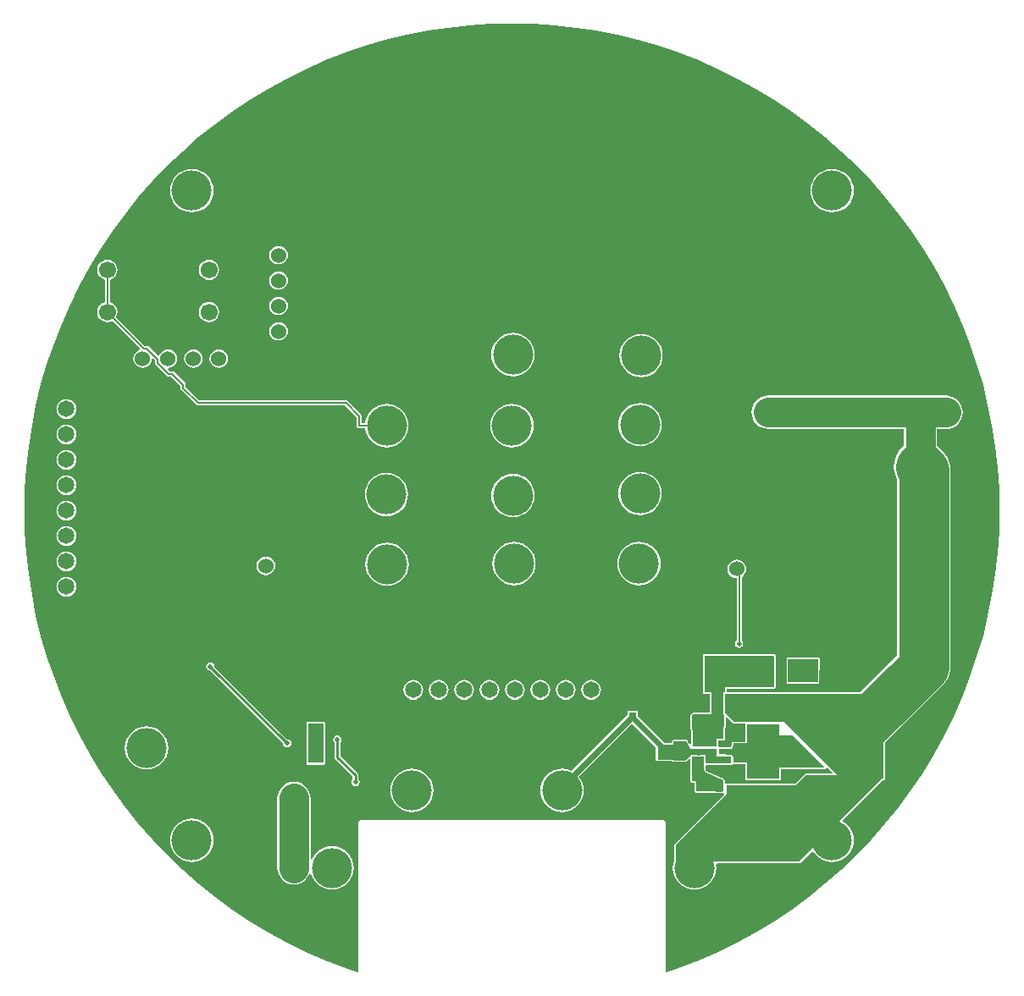
<source format=gbl>
G04 Layer_Physical_Order=2*
G04 Layer_Color=11436288*
%FSLAX24Y24*%
%MOIN*%
G70*
G01*
G75*
%ADD10R,0.0591X0.0748*%
%ADD11R,0.0295X0.0295*%
%ADD12R,0.0748X0.0591*%
%ADD13R,0.0217X0.0177*%
%ADD22C,0.1181*%
%ADD23C,0.0236*%
%ADD24C,0.0100*%
%ADD27C,0.0079*%
%ADD28C,0.0067*%
%ADD40C,0.1575*%
%ADD41C,0.0600*%
%ADD42R,0.0540X0.0540*%
%ADD43C,0.0650*%
%ADD44C,0.0669*%
%ADD45R,0.0540X0.0540*%
%ADD46C,0.0197*%
%ADD47C,0.0315*%
%ADD48R,0.0433X0.0236*%
%ADD49R,0.1260X0.2126*%
%ADD50R,0.0315X0.0256*%
%ADD51C,0.1969*%
%ADD52R,0.0610X0.1575*%
G36*
X26034Y58540D02*
X26869Y58486D01*
X27701Y58394D01*
X28529Y58267D01*
X29350Y58104D01*
X30163Y57905D01*
X30967Y57671D01*
X31760Y57401D01*
X32540Y57098D01*
X33306Y56761D01*
X34057Y56391D01*
X34791Y55988D01*
X35507Y55554D01*
X36203Y55088D01*
X36878Y54593D01*
X37531Y54069D01*
X38160Y53517D01*
X38765Y52938D01*
X39344Y52334D01*
X39896Y51704D01*
X40420Y51051D01*
X40915Y50376D01*
X41380Y49680D01*
X41815Y48964D01*
X42217Y48230D01*
X42588Y47480D01*
X42925Y46713D01*
X43228Y45933D01*
X43497Y45140D01*
X43732Y44336D01*
X43931Y43523D01*
X44094Y42702D01*
X44221Y41875D01*
X44312Y41042D01*
X44367Y40207D01*
X44385Y39370D01*
X44367Y38533D01*
X44312Y37698D01*
X44221Y36865D01*
X44094Y36038D01*
X43931Y35217D01*
X43732Y34404D01*
X43497Y33600D01*
X43228Y32807D01*
X42925Y32027D01*
X42588Y31261D01*
X42217Y30510D01*
X41815Y29776D01*
X41380Y29060D01*
X40915Y28364D01*
X40420Y27689D01*
X39896Y27036D01*
X39344Y26406D01*
X38765Y25802D01*
X38160Y25223D01*
X37531Y24671D01*
X36878Y24147D01*
X36203Y23652D01*
X35507Y23187D01*
X34791Y22752D01*
X34057Y22350D01*
X33306Y21979D01*
X32540Y21642D01*
X31760Y21339D01*
X31294Y21181D01*
X31253Y21210D01*
Y21629D01*
X31246Y21665D01*
Y27087D01*
X31238Y27127D01*
X31216Y27160D01*
X31182Y27183D01*
X31142Y27191D01*
X19245D01*
X19205Y27183D01*
X19171Y27160D01*
X19148Y27127D01*
X19140Y27087D01*
Y21210D01*
X19100Y21181D01*
X18634Y21339D01*
X17854Y21642D01*
X17087Y21979D01*
X16337Y22350D01*
X15603Y22752D01*
X14887Y23187D01*
X14191Y23652D01*
X13516Y24147D01*
X12863Y24671D01*
X12233Y25223D01*
X11629Y25802D01*
X11050Y26406D01*
X10498Y27036D01*
X9974Y27689D01*
X9479Y28364D01*
X9013Y29060D01*
X8579Y29776D01*
X8176Y30510D01*
X7806Y31261D01*
X7469Y32027D01*
X7166Y32807D01*
X6896Y33600D01*
X6662Y34404D01*
X6463Y35217D01*
X6300Y36038D01*
X6172Y36865D01*
X6081Y37698D01*
X6027Y38533D01*
X6008Y39370D01*
X6027Y40207D01*
X6081Y41042D01*
X6172Y41875D01*
X6300Y42702D01*
X6463Y43523D01*
X6662Y44336D01*
X6896Y45140D01*
X7166Y45933D01*
X7469Y46713D01*
X7806Y47480D01*
X8176Y48230D01*
X8579Y48964D01*
X9013Y49680D01*
X9479Y50376D01*
X9974Y51051D01*
X10498Y51704D01*
X11050Y52334D01*
X11629Y52938D01*
X12233Y53517D01*
X12863Y54069D01*
X13516Y54593D01*
X14191Y55088D01*
X14887Y55554D01*
X15603Y55988D01*
X16337Y56391D01*
X17087Y56761D01*
X17854Y57098D01*
X18634Y57401D01*
X19427Y57671D01*
X20230Y57905D01*
X21044Y58104D01*
X21865Y58267D01*
X22692Y58394D01*
X23524Y58486D01*
X24360Y58540D01*
X25197Y58559D01*
X26034Y58540D01*
D02*
G37*
%LPC*%
G36*
X37254Y33578D02*
X36063D01*
X36057Y33577D01*
X36000D01*
Y33520D01*
X35999Y33514D01*
Y32598D01*
X36004Y32574D01*
X36018Y32553D01*
X36038Y32539D01*
X36063Y32534D01*
X37234D01*
X37246Y32537D01*
X37258Y32539D01*
X37258Y32539D01*
X37259Y32539D01*
X37269Y32546D01*
X37279Y32552D01*
X37279Y32553D01*
X37280Y32553D01*
X37286Y32563D01*
X37293Y32573D01*
X37293Y32573D01*
X37294Y32574D01*
X37296Y32585D01*
X37298Y32597D01*
X37318Y33512D01*
X37318Y33513D01*
X37318Y33514D01*
X37316Y33525D01*
X37314Y33537D01*
X37313Y33538D01*
X37313Y33538D01*
X37307Y33548D01*
X37300Y33558D01*
X37300Y33559D01*
X37299Y33559D01*
X37290Y33566D01*
X37280Y33573D01*
X37279Y33573D01*
X37279Y33573D01*
X37267Y33575D01*
X37255Y33578D01*
X37255Y33578D01*
X37254Y33578D01*
D02*
G37*
G36*
X34045Y37433D02*
X33951Y37421D01*
X33862Y37384D01*
X33786Y37326D01*
X33728Y37250D01*
X33692Y37162D01*
X33679Y37067D01*
X33692Y36972D01*
X33728Y36884D01*
X33786Y36808D01*
X33862Y36750D01*
X33951Y36713D01*
X34036Y36702D01*
Y34252D01*
X34017Y34240D01*
X33982Y34187D01*
X33969Y34124D01*
X33982Y34061D01*
X34017Y34008D01*
X34071Y33972D01*
X34134Y33959D01*
X34197Y33972D01*
X34250Y34008D01*
X34286Y34061D01*
X34298Y34124D01*
X34286Y34187D01*
X34250Y34240D01*
X34232Y34252D01*
Y36753D01*
X34304Y36808D01*
X34362Y36884D01*
X34399Y36972D01*
X34411Y37067D01*
X34399Y37162D01*
X34362Y37250D01*
X34304Y37326D01*
X34228Y37384D01*
X34140Y37421D01*
X34045Y37433D01*
D02*
G37*
G36*
X28319Y32698D02*
X28218Y32685D01*
X28124Y32646D01*
X28042Y32584D01*
X27980Y32503D01*
X27941Y32408D01*
X27928Y32307D01*
X27941Y32206D01*
X27980Y32111D01*
X28042Y32030D01*
X28124Y31968D01*
X28218Y31929D01*
X28319Y31916D01*
X28421Y31929D01*
X28515Y31968D01*
X28596Y32030D01*
X28658Y32111D01*
X28697Y32206D01*
X28711Y32307D01*
X28697Y32408D01*
X28658Y32503D01*
X28596Y32584D01*
X28515Y32646D01*
X28421Y32685D01*
X28319Y32698D01*
D02*
G37*
G36*
X26319D02*
X26218Y32685D01*
X26124Y32646D01*
X26042Y32584D01*
X25980Y32503D01*
X25941Y32408D01*
X25928Y32307D01*
X25941Y32206D01*
X25980Y32111D01*
X26042Y32030D01*
X26124Y31968D01*
X26218Y31929D01*
X26319Y31916D01*
X26421Y31929D01*
X26515Y31968D01*
X26596Y32030D01*
X26658Y32111D01*
X26697Y32206D01*
X26711Y32307D01*
X26697Y32408D01*
X26658Y32503D01*
X26596Y32584D01*
X26515Y32646D01*
X26421Y32685D01*
X26319Y32698D01*
D02*
G37*
G36*
X27319D02*
X27218Y32685D01*
X27124Y32646D01*
X27042Y32584D01*
X26980Y32503D01*
X26941Y32408D01*
X26928Y32307D01*
X26941Y32206D01*
X26980Y32111D01*
X27042Y32030D01*
X27124Y31968D01*
X27218Y31929D01*
X27319Y31916D01*
X27420Y31929D01*
X27515Y31968D01*
X27596Y32030D01*
X27658Y32111D01*
X27697Y32206D01*
X27711Y32307D01*
X27697Y32408D01*
X27658Y32503D01*
X27596Y32584D01*
X27515Y32646D01*
X27420Y32685D01*
X27319Y32698D01*
D02*
G37*
G36*
X7661Y36757D02*
X7560Y36744D01*
X7466Y36705D01*
X7385Y36643D01*
X7323Y36562D01*
X7283Y36467D01*
X7270Y36366D01*
X7283Y36265D01*
X7323Y36170D01*
X7385Y36089D01*
X7466Y36027D01*
X7560Y35988D01*
X7661Y35974D01*
X7763Y35988D01*
X7857Y36027D01*
X7938Y36089D01*
X8000Y36170D01*
X8039Y36265D01*
X8053Y36366D01*
X8039Y36467D01*
X8000Y36562D01*
X7938Y36643D01*
X7857Y36705D01*
X7763Y36744D01*
X7661Y36757D01*
D02*
G37*
G36*
X15512Y37561D02*
X15417Y37549D01*
X15329Y37512D01*
X15253Y37454D01*
X15195Y37378D01*
X15158Y37290D01*
X15146Y37195D01*
X15158Y37100D01*
X15195Y37012D01*
X15253Y36936D01*
X15329Y36878D01*
X15417Y36841D01*
X15512Y36829D01*
X15607Y36841D01*
X15695Y36878D01*
X15771Y36936D01*
X15829Y37012D01*
X15865Y37100D01*
X15878Y37195D01*
X15865Y37290D01*
X15829Y37378D01*
X15771Y37454D01*
X15695Y37512D01*
X15607Y37549D01*
X15512Y37561D01*
D02*
G37*
G36*
X7661Y37757D02*
X7560Y37744D01*
X7466Y37705D01*
X7385Y37643D01*
X7323Y37562D01*
X7283Y37467D01*
X7270Y37366D01*
X7283Y37265D01*
X7323Y37170D01*
X7385Y37089D01*
X7466Y37027D01*
X7560Y36988D01*
X7661Y36974D01*
X7763Y36988D01*
X7857Y37027D01*
X7938Y37089D01*
X8000Y37170D01*
X8039Y37265D01*
X8053Y37366D01*
X8039Y37467D01*
X8000Y37562D01*
X7938Y37643D01*
X7857Y37705D01*
X7763Y37744D01*
X7661Y37757D01*
D02*
G37*
G36*
X30197Y38138D02*
X30030Y38122D01*
X29870Y38073D01*
X29722Y37994D01*
X29593Y37888D01*
X29486Y37758D01*
X29407Y37610D01*
X29359Y37450D01*
X29342Y37283D01*
X29359Y37117D01*
X29407Y36956D01*
X29486Y36809D01*
X29593Y36679D01*
X29722Y36573D01*
X29870Y36494D01*
X30030Y36445D01*
X30197Y36429D01*
X30364Y36445D01*
X30524Y36494D01*
X30672Y36573D01*
X30801Y36679D01*
X30907Y36809D01*
X30986Y36956D01*
X31035Y37117D01*
X31051Y37283D01*
X31035Y37450D01*
X30986Y37610D01*
X30907Y37758D01*
X30801Y37888D01*
X30672Y37994D01*
X30524Y38073D01*
X30364Y38122D01*
X30197Y38138D01*
D02*
G37*
G36*
X20285Y38108D02*
X20119Y38092D01*
X19958Y38043D01*
X19811Y37964D01*
X19681Y37858D01*
X19575Y37729D01*
X19496Y37581D01*
X19447Y37421D01*
X19431Y37254D01*
X19447Y37087D01*
X19496Y36927D01*
X19575Y36779D01*
X19681Y36650D01*
X19811Y36543D01*
X19958Y36464D01*
X20119Y36416D01*
X20285Y36399D01*
X20452Y36416D01*
X20612Y36464D01*
X20760Y36543D01*
X20890Y36650D01*
X20996Y36779D01*
X21075Y36927D01*
X21124Y37087D01*
X21140Y37254D01*
X21124Y37421D01*
X21075Y37581D01*
X20996Y37729D01*
X20890Y37858D01*
X20760Y37964D01*
X20612Y38043D01*
X20452Y38092D01*
X20285Y38108D01*
D02*
G37*
G36*
X25276Y38138D02*
X25109Y38122D01*
X24949Y38073D01*
X24801Y37994D01*
X24671Y37888D01*
X24565Y37758D01*
X24486Y37610D01*
X24437Y37450D01*
X24421Y37283D01*
X24437Y37117D01*
X24486Y36956D01*
X24565Y36809D01*
X24671Y36679D01*
X24801Y36573D01*
X24949Y36494D01*
X25109Y36445D01*
X25276Y36429D01*
X25442Y36445D01*
X25603Y36494D01*
X25750Y36573D01*
X25880Y36679D01*
X25986Y36809D01*
X26065Y36956D01*
X26114Y37117D01*
X26130Y37283D01*
X26114Y37450D01*
X26065Y37610D01*
X25986Y37758D01*
X25880Y37888D01*
X25750Y37994D01*
X25603Y38073D01*
X25442Y38122D01*
X25276Y38138D01*
D02*
G37*
G36*
X25319Y32698D02*
X25218Y32685D01*
X25124Y32646D01*
X25042Y32584D01*
X24980Y32503D01*
X24941Y32408D01*
X24928Y32307D01*
X24941Y32206D01*
X24980Y32111D01*
X25042Y32030D01*
X25124Y31968D01*
X25218Y31929D01*
X25319Y31916D01*
X25420Y31929D01*
X25515Y31968D01*
X25596Y32030D01*
X25658Y32111D01*
X25697Y32206D01*
X25711Y32307D01*
X25697Y32408D01*
X25658Y32503D01*
X25596Y32584D01*
X25515Y32646D01*
X25420Y32685D01*
X25319Y32698D01*
D02*
G37*
G36*
X18327Y30509D02*
X18264Y30497D01*
X18210Y30461D01*
X18175Y30407D01*
X18162Y30344D01*
X18175Y30282D01*
X18210Y30228D01*
X18212Y30227D01*
Y29656D01*
X18220Y29611D01*
X18245Y29574D01*
X18930Y28889D01*
Y28788D01*
X18929Y28788D01*
X18893Y28734D01*
X18881Y28671D01*
X18893Y28608D01*
X18929Y28555D01*
X18982Y28519D01*
X19045Y28507D01*
X19108Y28519D01*
X19162Y28555D01*
X19197Y28608D01*
X19210Y28671D01*
X19197Y28734D01*
X19162Y28788D01*
X19160Y28788D01*
Y28937D01*
X19152Y28981D01*
X19127Y29018D01*
X18442Y29703D01*
Y30227D01*
X18443Y30228D01*
X18479Y30282D01*
X18491Y30344D01*
X18479Y30407D01*
X18443Y30461D01*
X18390Y30497D01*
X18327Y30509D01*
D02*
G37*
G36*
X10817Y30874D02*
X10650Y30858D01*
X10490Y30809D01*
X10342Y30730D01*
X10213Y30624D01*
X10106Y30494D01*
X10027Y30347D01*
X9979Y30186D01*
X9962Y30020D01*
X9979Y29853D01*
X10027Y29693D01*
X10106Y29545D01*
X10213Y29415D01*
X10342Y29309D01*
X10490Y29230D01*
X10650Y29182D01*
X10817Y29165D01*
X10984Y29182D01*
X11144Y29230D01*
X11292Y29309D01*
X11421Y29415D01*
X11527Y29545D01*
X11606Y29693D01*
X11655Y29853D01*
X11671Y30020D01*
X11655Y30186D01*
X11606Y30347D01*
X11527Y30494D01*
X11421Y30624D01*
X11292Y30730D01*
X11144Y30809D01*
X10984Y30858D01*
X10817Y30874D01*
D02*
G37*
G36*
X21260Y29201D02*
X21093Y29185D01*
X20933Y29136D01*
X20785Y29057D01*
X20656Y28951D01*
X20549Y28821D01*
X20470Y28673D01*
X20422Y28513D01*
X20405Y28346D01*
X20422Y28180D01*
X20470Y28019D01*
X20549Y27872D01*
X20656Y27742D01*
X20785Y27636D01*
X20933Y27557D01*
X21093Y27508D01*
X21260Y27492D01*
X21427Y27508D01*
X21587Y27557D01*
X21735Y27636D01*
X21864Y27742D01*
X21970Y27872D01*
X22049Y28019D01*
X22098Y28180D01*
X22114Y28346D01*
X22098Y28513D01*
X22049Y28673D01*
X21970Y28821D01*
X21864Y28951D01*
X21735Y29057D01*
X21587Y29136D01*
X21427Y29185D01*
X21260Y29201D01*
D02*
G37*
G36*
X16614Y28688D02*
X16486Y28676D01*
X16363Y28638D01*
X16249Y28578D01*
X16150Y28496D01*
X16068Y28396D01*
X16007Y28283D01*
X15970Y28160D01*
X15957Y28031D01*
Y25295D01*
X15970Y25167D01*
X16007Y25044D01*
X16068Y24930D01*
X16150Y24831D01*
X16249Y24749D01*
X16363Y24689D01*
X16486Y24651D01*
X16614Y24639D01*
X16742Y24651D01*
X16865Y24689D01*
X16979Y24749D01*
X17079Y24831D01*
X17160Y24930D01*
X17221Y25044D01*
X17233Y25085D01*
X17285D01*
X17321Y24968D01*
X17400Y24821D01*
X17506Y24691D01*
X17636Y24585D01*
X17783Y24506D01*
X17944Y24457D01*
X18110Y24441D01*
X18277Y24457D01*
X18437Y24506D01*
X18585Y24585D01*
X18714Y24691D01*
X18821Y24821D01*
X18900Y24968D01*
X18948Y25129D01*
X18965Y25295D01*
X18948Y25462D01*
X18900Y25622D01*
X18821Y25770D01*
X18714Y25900D01*
X18585Y26006D01*
X18437Y26085D01*
X18277Y26133D01*
X18110Y26150D01*
X17944Y26133D01*
X17783Y26085D01*
X17636Y26006D01*
X17506Y25900D01*
X17400Y25770D01*
X17321Y25622D01*
X17271Y25630D01*
Y28031D01*
X17258Y28160D01*
X17221Y28283D01*
X17160Y28396D01*
X17079Y28496D01*
X16979Y28578D01*
X16865Y28638D01*
X16742Y28676D01*
X16614Y28688D01*
D02*
G37*
G36*
X12598Y27232D02*
X12432Y27216D01*
X12271Y27167D01*
X12124Y27088D01*
X11994Y26982D01*
X11888Y26853D01*
X11809Y26705D01*
X11760Y26545D01*
X11744Y26378D01*
X11760Y26211D01*
X11809Y26051D01*
X11888Y25903D01*
X11994Y25774D01*
X12124Y25667D01*
X12271Y25588D01*
X12432Y25540D01*
X12598Y25523D01*
X12765Y25540D01*
X12925Y25588D01*
X13073Y25667D01*
X13203Y25774D01*
X13309Y25903D01*
X13388Y26051D01*
X13437Y26211D01*
X13453Y26378D01*
X13437Y26545D01*
X13388Y26705D01*
X13309Y26853D01*
X13203Y26982D01*
X13073Y27088D01*
X12925Y27167D01*
X12765Y27216D01*
X12598Y27232D01*
D02*
G37*
G36*
X17785Y31058D02*
X17175D01*
X17151Y31053D01*
X17130Y31040D01*
X17116Y31019D01*
X17111Y30994D01*
Y29419D01*
X17116Y29395D01*
X17130Y29374D01*
X17151Y29360D01*
X17175Y29355D01*
X17785D01*
X17810Y29360D01*
X17831Y29374D01*
X17845Y29395D01*
X17850Y29419D01*
Y30994D01*
X17845Y31019D01*
X17831Y31040D01*
X17810Y31053D01*
X17785Y31058D01*
D02*
G37*
G36*
X23319Y32698D02*
X23218Y32685D01*
X23124Y32646D01*
X23042Y32584D01*
X22980Y32503D01*
X22941Y32408D01*
X22928Y32307D01*
X22941Y32206D01*
X22980Y32111D01*
X23042Y32030D01*
X23124Y31968D01*
X23218Y31929D01*
X23319Y31916D01*
X23421Y31929D01*
X23515Y31968D01*
X23596Y32030D01*
X23658Y32111D01*
X23697Y32206D01*
X23711Y32307D01*
X23697Y32408D01*
X23658Y32503D01*
X23596Y32584D01*
X23515Y32646D01*
X23421Y32685D01*
X23319Y32698D01*
D02*
G37*
G36*
X24319D02*
X24218Y32685D01*
X24124Y32646D01*
X24042Y32584D01*
X23980Y32503D01*
X23941Y32408D01*
X23928Y32307D01*
X23941Y32206D01*
X23980Y32111D01*
X24042Y32030D01*
X24124Y31968D01*
X24218Y31929D01*
X24319Y31916D01*
X24420Y31929D01*
X24515Y31968D01*
X24596Y32030D01*
X24658Y32111D01*
X24697Y32206D01*
X24711Y32307D01*
X24697Y32408D01*
X24658Y32503D01*
X24596Y32584D01*
X24515Y32646D01*
X24420Y32685D01*
X24319Y32698D01*
D02*
G37*
G36*
X22319D02*
X22218Y32685D01*
X22124Y32646D01*
X22042Y32584D01*
X21980Y32503D01*
X21941Y32408D01*
X21928Y32307D01*
X21941Y32206D01*
X21980Y32111D01*
X22042Y32030D01*
X22124Y31968D01*
X22218Y31929D01*
X22319Y31916D01*
X22420Y31929D01*
X22515Y31968D01*
X22596Y32030D01*
X22658Y32111D01*
X22697Y32206D01*
X22711Y32307D01*
X22697Y32408D01*
X22658Y32503D01*
X22596Y32584D01*
X22515Y32646D01*
X22420Y32685D01*
X22319Y32698D01*
D02*
G37*
G36*
X13317Y33393D02*
X13254Y33380D01*
X13201Y33345D01*
X13165Y33291D01*
X13152Y33228D01*
X13165Y33165D01*
X13201Y33112D01*
X13254Y33076D01*
X13317Y33064D01*
X13318Y33064D01*
X16184Y30198D01*
X16184Y30197D01*
X16196Y30134D01*
X16232Y30080D01*
X16285Y30045D01*
X16348Y30032D01*
X16411Y30045D01*
X16465Y30080D01*
X16500Y30134D01*
X16513Y30197D01*
X16500Y30260D01*
X16465Y30313D01*
X16411Y30349D01*
X16348Y30361D01*
X16347Y30361D01*
X13481Y33227D01*
X13482Y33228D01*
X13469Y33291D01*
X13433Y33345D01*
X13380Y33380D01*
X13317Y33393D01*
D02*
G37*
G36*
X21319Y32698D02*
X21218Y32685D01*
X21124Y32646D01*
X21042Y32584D01*
X20980Y32503D01*
X20941Y32408D01*
X20928Y32307D01*
X20941Y32206D01*
X20980Y32111D01*
X21042Y32030D01*
X21124Y31968D01*
X21218Y31929D01*
X21319Y31916D01*
X21421Y31929D01*
X21515Y31968D01*
X21596Y32030D01*
X21658Y32111D01*
X21697Y32206D01*
X21711Y32307D01*
X21697Y32408D01*
X21658Y32503D01*
X21596Y32584D01*
X21515Y32646D01*
X21421Y32685D01*
X21319Y32698D01*
D02*
G37*
G36*
X7661Y38757D02*
X7560Y38744D01*
X7466Y38705D01*
X7385Y38643D01*
X7323Y38561D01*
X7283Y38467D01*
X7270Y38366D01*
X7283Y38265D01*
X7323Y38170D01*
X7385Y38089D01*
X7466Y38027D01*
X7560Y37988D01*
X7661Y37974D01*
X7763Y37988D01*
X7857Y38027D01*
X7938Y38089D01*
X8000Y38170D01*
X8039Y38265D01*
X8053Y38366D01*
X8039Y38467D01*
X8000Y38561D01*
X7938Y38643D01*
X7857Y38705D01*
X7763Y38744D01*
X7661Y38757D01*
D02*
G37*
G36*
X13661Y45720D02*
X13567Y45708D01*
X13478Y45671D01*
X13403Y45613D01*
X13344Y45537D01*
X13308Y45449D01*
X13295Y45354D01*
X13308Y45260D01*
X13344Y45171D01*
X13403Y45095D01*
X13478Y45037D01*
X13567Y45001D01*
X13661Y44988D01*
X13756Y45001D01*
X13844Y45037D01*
X13920Y45095D01*
X13978Y45171D01*
X14015Y45260D01*
X14028Y45354D01*
X14015Y45449D01*
X13978Y45537D01*
X13920Y45613D01*
X13844Y45671D01*
X13756Y45708D01*
X13661Y45720D01*
D02*
G37*
G36*
X16014Y46795D02*
X15919Y46783D01*
X15831Y46746D01*
X15755Y46688D01*
X15697Y46612D01*
X15660Y46524D01*
X15648Y46429D01*
X15660Y46334D01*
X15697Y46246D01*
X15755Y46170D01*
X15831Y46112D01*
X15919Y46075D01*
X16014Y46063D01*
X16109Y46075D01*
X16197Y46112D01*
X16273Y46170D01*
X16331Y46246D01*
X16367Y46334D01*
X16380Y46429D01*
X16367Y46524D01*
X16331Y46612D01*
X16273Y46688D01*
X16197Y46746D01*
X16109Y46783D01*
X16014Y46795D01*
D02*
G37*
G36*
X13270Y47596D02*
X13166Y47582D01*
X13069Y47542D01*
X12986Y47478D01*
X12922Y47395D01*
X12882Y47299D01*
X12869Y47195D01*
X12882Y47091D01*
X12922Y46994D01*
X12986Y46911D01*
X13069Y46848D01*
X13166Y46807D01*
X13270Y46794D01*
X13373Y46807D01*
X13470Y46848D01*
X13553Y46911D01*
X13617Y46994D01*
X13657Y47091D01*
X13671Y47195D01*
X13657Y47299D01*
X13617Y47395D01*
X13553Y47478D01*
X13470Y47542D01*
X13373Y47582D01*
X13270Y47596D01*
D02*
G37*
G36*
X30276Y46327D02*
X30109Y46311D01*
X29949Y46262D01*
X29801Y46183D01*
X29671Y46077D01*
X29565Y45947D01*
X29486Y45799D01*
X29437Y45639D01*
X29421Y45472D01*
X29437Y45306D01*
X29486Y45145D01*
X29565Y44998D01*
X29671Y44868D01*
X29801Y44762D01*
X29949Y44683D01*
X30109Y44634D01*
X30276Y44618D01*
X30442Y44634D01*
X30603Y44683D01*
X30750Y44762D01*
X30880Y44868D01*
X30986Y44998D01*
X31065Y45145D01*
X31114Y45306D01*
X31130Y45472D01*
X31114Y45639D01*
X31065Y45799D01*
X30986Y45947D01*
X30880Y46077D01*
X30750Y46183D01*
X30603Y46262D01*
X30442Y46311D01*
X30276Y46327D01*
D02*
G37*
G36*
X25236Y46366D02*
X25070Y46350D01*
X24909Y46301D01*
X24761Y46222D01*
X24632Y46116D01*
X24526Y45987D01*
X24447Y45839D01*
X24398Y45679D01*
X24382Y45512D01*
X24398Y45345D01*
X24447Y45185D01*
X24526Y45037D01*
X24632Y44908D01*
X24761Y44801D01*
X24909Y44722D01*
X25070Y44674D01*
X25236Y44657D01*
X25403Y44674D01*
X25563Y44722D01*
X25711Y44801D01*
X25840Y44908D01*
X25947Y45037D01*
X26026Y45185D01*
X26074Y45345D01*
X26091Y45512D01*
X26074Y45679D01*
X26026Y45839D01*
X25947Y45987D01*
X25840Y46116D01*
X25711Y46222D01*
X25563Y46301D01*
X25403Y46350D01*
X25236Y46366D01*
D02*
G37*
G36*
X12661Y45720D02*
X12567Y45708D01*
X12478Y45671D01*
X12403Y45613D01*
X12344Y45537D01*
X12308Y45449D01*
X12295Y45354D01*
X12308Y45260D01*
X12344Y45171D01*
X12403Y45095D01*
X12478Y45037D01*
X12567Y45001D01*
X12661Y44988D01*
X12756Y45001D01*
X12844Y45037D01*
X12920Y45095D01*
X12978Y45171D01*
X13015Y45260D01*
X13028Y45354D01*
X13015Y45449D01*
X12978Y45537D01*
X12920Y45613D01*
X12844Y45671D01*
X12756Y45708D01*
X12661Y45720D01*
D02*
G37*
G36*
X16014Y49795D02*
X15919Y49783D01*
X15831Y49746D01*
X15755Y49688D01*
X15697Y49612D01*
X15660Y49524D01*
X15648Y49429D01*
X15660Y49334D01*
X15697Y49246D01*
X15755Y49170D01*
X15831Y49112D01*
X15919Y49075D01*
X16014Y49063D01*
X16109Y49075D01*
X16197Y49112D01*
X16273Y49170D01*
X16331Y49246D01*
X16367Y49334D01*
X16380Y49429D01*
X16367Y49524D01*
X16331Y49612D01*
X16273Y49688D01*
X16197Y49746D01*
X16109Y49783D01*
X16014Y49795D01*
D02*
G37*
G36*
X12598Y52823D02*
X12432Y52807D01*
X12271Y52758D01*
X12124Y52679D01*
X11994Y52573D01*
X11888Y52443D01*
X11809Y52296D01*
X11760Y52135D01*
X11744Y51968D01*
X11760Y51802D01*
X11809Y51642D01*
X11888Y51494D01*
X11994Y51364D01*
X12124Y51258D01*
X12271Y51179D01*
X12432Y51130D01*
X12598Y51114D01*
X12765Y51130D01*
X12925Y51179D01*
X13073Y51258D01*
X13203Y51364D01*
X13309Y51494D01*
X13388Y51642D01*
X13437Y51802D01*
X13453Y51968D01*
X13437Y52135D01*
X13388Y52296D01*
X13309Y52443D01*
X13203Y52573D01*
X13073Y52679D01*
X12925Y52758D01*
X12765Y52807D01*
X12598Y52823D01*
D02*
G37*
G36*
X37795D02*
X37629Y52807D01*
X37468Y52758D01*
X37321Y52679D01*
X37191Y52573D01*
X37085Y52443D01*
X37006Y52296D01*
X36957Y52135D01*
X36941Y51968D01*
X36957Y51802D01*
X37006Y51642D01*
X37085Y51494D01*
X37191Y51364D01*
X37321Y51258D01*
X37468Y51179D01*
X37629Y51130D01*
X37795Y51114D01*
X37962Y51130D01*
X38122Y51179D01*
X38270Y51258D01*
X38400Y51364D01*
X38506Y51494D01*
X38585Y51642D01*
X38633Y51802D01*
X38650Y51968D01*
X38633Y52135D01*
X38585Y52296D01*
X38506Y52443D01*
X38400Y52573D01*
X38270Y52679D01*
X38122Y52758D01*
X37962Y52807D01*
X37795Y52823D01*
D02*
G37*
G36*
X16014Y47795D02*
X15919Y47783D01*
X15831Y47746D01*
X15755Y47688D01*
X15697Y47612D01*
X15660Y47524D01*
X15648Y47429D01*
X15660Y47334D01*
X15697Y47246D01*
X15755Y47170D01*
X15831Y47112D01*
X15919Y47075D01*
X16014Y47063D01*
X16109Y47075D01*
X16197Y47112D01*
X16273Y47170D01*
X16331Y47246D01*
X16367Y47334D01*
X16380Y47429D01*
X16367Y47524D01*
X16331Y47612D01*
X16273Y47688D01*
X16197Y47746D01*
X16109Y47783D01*
X16014Y47795D01*
D02*
G37*
G36*
Y48795D02*
X15919Y48783D01*
X15831Y48746D01*
X15755Y48688D01*
X15697Y48612D01*
X15660Y48524D01*
X15648Y48429D01*
X15660Y48334D01*
X15697Y48246D01*
X15755Y48170D01*
X15831Y48112D01*
X15919Y48075D01*
X16014Y48063D01*
X16109Y48075D01*
X16197Y48112D01*
X16273Y48170D01*
X16331Y48246D01*
X16367Y48334D01*
X16380Y48429D01*
X16367Y48524D01*
X16331Y48612D01*
X16273Y48688D01*
X16197Y48746D01*
X16109Y48783D01*
X16014Y48795D01*
D02*
G37*
G36*
X13270Y49249D02*
X13166Y49236D01*
X13069Y49196D01*
X12986Y49132D01*
X12922Y49049D01*
X12882Y48952D01*
X12869Y48848D01*
X12882Y48745D01*
X12922Y48648D01*
X12986Y48565D01*
X13069Y48501D01*
X13166Y48461D01*
X13270Y48447D01*
X13373Y48461D01*
X13470Y48501D01*
X13553Y48565D01*
X13617Y48648D01*
X13657Y48745D01*
X13671Y48848D01*
X13657Y48952D01*
X13617Y49049D01*
X13553Y49132D01*
X13470Y49196D01*
X13373Y49236D01*
X13270Y49249D01*
D02*
G37*
G36*
X7661Y43757D02*
X7560Y43744D01*
X7466Y43705D01*
X7385Y43643D01*
X7323Y43562D01*
X7283Y43467D01*
X7270Y43366D01*
X7283Y43265D01*
X7323Y43170D01*
X7385Y43089D01*
X7466Y43027D01*
X7560Y42988D01*
X7661Y42974D01*
X7763Y42988D01*
X7857Y43027D01*
X7938Y43089D01*
X8000Y43170D01*
X8039Y43265D01*
X8053Y43366D01*
X8039Y43467D01*
X8000Y43562D01*
X7938Y43643D01*
X7857Y43705D01*
X7763Y43744D01*
X7661Y43757D01*
D02*
G37*
G36*
Y40757D02*
X7560Y40744D01*
X7466Y40705D01*
X7385Y40643D01*
X7323Y40561D01*
X7283Y40467D01*
X7270Y40366D01*
X7283Y40265D01*
X7323Y40170D01*
X7385Y40089D01*
X7466Y40027D01*
X7560Y39988D01*
X7661Y39974D01*
X7763Y39988D01*
X7857Y40027D01*
X7938Y40089D01*
X8000Y40170D01*
X8039Y40265D01*
X8053Y40366D01*
X8039Y40467D01*
X8000Y40561D01*
X7938Y40643D01*
X7857Y40705D01*
X7763Y40744D01*
X7661Y40757D01*
D02*
G37*
G36*
Y41757D02*
X7560Y41744D01*
X7466Y41705D01*
X7385Y41643D01*
X7323Y41561D01*
X7283Y41467D01*
X7270Y41366D01*
X7283Y41265D01*
X7323Y41170D01*
X7385Y41089D01*
X7466Y41027D01*
X7560Y40988D01*
X7661Y40974D01*
X7763Y40988D01*
X7857Y41027D01*
X7938Y41089D01*
X8000Y41170D01*
X8039Y41265D01*
X8053Y41366D01*
X8039Y41467D01*
X8000Y41561D01*
X7938Y41643D01*
X7857Y41705D01*
X7763Y41744D01*
X7661Y41757D01*
D02*
G37*
G36*
X9270Y49249D02*
X9166Y49236D01*
X9069Y49196D01*
X8986Y49132D01*
X8922Y49049D01*
X8882Y48952D01*
X8869Y48848D01*
X8882Y48745D01*
X8922Y48648D01*
X8986Y48565D01*
X9069Y48501D01*
X9165Y48461D01*
Y47582D01*
X9069Y47542D01*
X8986Y47478D01*
X8922Y47395D01*
X8882Y47299D01*
X8869Y47195D01*
X8882Y47091D01*
X8922Y46994D01*
X8986Y46911D01*
X9069Y46848D01*
X9166Y46807D01*
X9270Y46794D01*
X9373Y46807D01*
X9470Y46847D01*
X10563Y45754D01*
X10547Y45700D01*
X10478Y45671D01*
X10403Y45613D01*
X10344Y45537D01*
X10308Y45449D01*
X10295Y45354D01*
X10308Y45260D01*
X10344Y45171D01*
X10403Y45095D01*
X10478Y45037D01*
X10567Y45001D01*
X10661Y44988D01*
X10756Y45001D01*
X10844Y45037D01*
X10920Y45095D01*
X10978Y45171D01*
X11015Y45260D01*
X11026Y45341D01*
X11073Y45365D01*
X11155Y45282D01*
Y45188D01*
X11155Y45188D01*
X11163Y45148D01*
X11185Y45114D01*
X11616Y44683D01*
X11616Y44683D01*
X11650Y44660D01*
X11657Y44659D01*
X11690Y44652D01*
X11690Y44652D01*
X11785D01*
X12155Y44282D01*
Y44188D01*
X12155Y44188D01*
X12163Y44148D01*
X12185Y44114D01*
X12767Y43533D01*
X12800Y43510D01*
X12807Y43509D01*
X12840Y43502D01*
X12840Y43502D01*
X18623D01*
X19083Y43042D01*
Y42717D01*
X19091Y42677D01*
X19113Y42643D01*
X19147Y42620D01*
X19187Y42612D01*
X19422D01*
X19428Y42550D01*
X19476Y42390D01*
X19555Y42242D01*
X19662Y42112D01*
X19791Y42006D01*
X19939Y41927D01*
X20099Y41878D01*
X20266Y41862D01*
X20432Y41878D01*
X20593Y41927D01*
X20740Y42006D01*
X20870Y42112D01*
X20976Y42242D01*
X21055Y42390D01*
X21104Y42550D01*
X21120Y42717D01*
X21104Y42883D01*
X21055Y43044D01*
X20976Y43191D01*
X20870Y43321D01*
X20740Y43427D01*
X20593Y43506D01*
X20432Y43555D01*
X20266Y43571D01*
X20099Y43555D01*
X19939Y43506D01*
X19791Y43427D01*
X19662Y43321D01*
X19555Y43191D01*
X19476Y43044D01*
X19428Y42883D01*
X19422Y42821D01*
X19291D01*
Y43085D01*
X19283Y43125D01*
X19261Y43159D01*
X18740Y43680D01*
X18706Y43703D01*
X18666Y43711D01*
X18666Y43711D01*
X12884D01*
X12363Y44231D01*
Y44326D01*
X12363Y44326D01*
X12357Y44359D01*
X12355Y44366D01*
X12333Y44400D01*
X12333Y44400D01*
X11902Y44830D01*
X11868Y44853D01*
X11828Y44861D01*
X11828Y44861D01*
X11733D01*
X11651Y44943D01*
X11675Y44990D01*
X11756Y45001D01*
X11844Y45037D01*
X11920Y45095D01*
X11978Y45171D01*
X12015Y45260D01*
X12028Y45354D01*
X12015Y45449D01*
X11978Y45537D01*
X11920Y45613D01*
X11844Y45671D01*
X11756Y45708D01*
X11661Y45720D01*
X11567Y45708D01*
X11478Y45671D01*
X11403Y45613D01*
X11344Y45537D01*
X11321Y45482D01*
X11262Y45470D01*
X10902Y45830D01*
X10868Y45853D01*
X10828Y45861D01*
X10828Y45861D01*
X10751D01*
X9617Y46995D01*
X9657Y47091D01*
X9671Y47195D01*
X9657Y47299D01*
X9617Y47395D01*
X9553Y47478D01*
X9470Y47542D01*
X9374Y47582D01*
Y48461D01*
X9470Y48501D01*
X9553Y48565D01*
X9617Y48648D01*
X9657Y48745D01*
X9671Y48848D01*
X9657Y48952D01*
X9617Y49049D01*
X9553Y49132D01*
X9470Y49196D01*
X9373Y49236D01*
X9270Y49249D01*
D02*
G37*
G36*
X30236Y40894D02*
X30070Y40877D01*
X29909Y40829D01*
X29761Y40750D01*
X29632Y40644D01*
X29526Y40514D01*
X29447Y40366D01*
X29398Y40206D01*
X29382Y40039D01*
X29398Y39873D01*
X29447Y39712D01*
X29526Y39565D01*
X29632Y39435D01*
X29761Y39329D01*
X29909Y39250D01*
X30070Y39201D01*
X30236Y39185D01*
X30403Y39201D01*
X30563Y39250D01*
X30711Y39329D01*
X30840Y39435D01*
X30947Y39565D01*
X31026Y39712D01*
X31074Y39873D01*
X31091Y40039D01*
X31074Y40206D01*
X31026Y40366D01*
X30947Y40514D01*
X30840Y40644D01*
X30711Y40750D01*
X30563Y40829D01*
X30403Y40877D01*
X30236Y40894D01*
D02*
G37*
G36*
X7661Y39757D02*
X7560Y39744D01*
X7466Y39705D01*
X7385Y39643D01*
X7323Y39562D01*
X7283Y39467D01*
X7270Y39366D01*
X7283Y39265D01*
X7323Y39170D01*
X7385Y39089D01*
X7466Y39027D01*
X7560Y38988D01*
X7661Y38974D01*
X7763Y38988D01*
X7857Y39027D01*
X7938Y39089D01*
X8000Y39170D01*
X8039Y39265D01*
X8053Y39366D01*
X8039Y39467D01*
X8000Y39562D01*
X7938Y39643D01*
X7857Y39705D01*
X7763Y39744D01*
X7661Y39757D01*
D02*
G37*
G36*
X25236Y40815D02*
X25070Y40799D01*
X24909Y40750D01*
X24761Y40671D01*
X24632Y40565D01*
X24526Y40435D01*
X24447Y40288D01*
X24398Y40127D01*
X24382Y39961D01*
X24398Y39794D01*
X24447Y39634D01*
X24526Y39486D01*
X24632Y39356D01*
X24761Y39250D01*
X24909Y39171D01*
X25070Y39123D01*
X25236Y39106D01*
X25403Y39123D01*
X25563Y39171D01*
X25711Y39250D01*
X25840Y39356D01*
X25947Y39486D01*
X26026Y39634D01*
X26074Y39794D01*
X26091Y39961D01*
X26074Y40127D01*
X26026Y40288D01*
X25947Y40435D01*
X25840Y40565D01*
X25711Y40671D01*
X25563Y40750D01*
X25403Y40799D01*
X25236Y40815D01*
D02*
G37*
G36*
X20256Y40855D02*
X20089Y40838D01*
X19929Y40789D01*
X19781Y40711D01*
X19652Y40604D01*
X19545Y40475D01*
X19466Y40327D01*
X19418Y40167D01*
X19401Y40000D01*
X19418Y39833D01*
X19466Y39673D01*
X19545Y39525D01*
X19652Y39396D01*
X19781Y39290D01*
X19929Y39211D01*
X20089Y39162D01*
X20256Y39145D01*
X20423Y39162D01*
X20583Y39211D01*
X20731Y39290D01*
X20860Y39396D01*
X20966Y39525D01*
X21045Y39673D01*
X21094Y39833D01*
X21110Y40000D01*
X21094Y40167D01*
X21045Y40327D01*
X20966Y40475D01*
X20860Y40604D01*
X20731Y40711D01*
X20583Y40789D01*
X20423Y40838D01*
X20256Y40855D01*
D02*
G37*
G36*
X30236Y43610D02*
X30070Y43594D01*
X29909Y43545D01*
X29761Y43466D01*
X29632Y43360D01*
X29526Y43231D01*
X29447Y43083D01*
X29398Y42923D01*
X29382Y42756D01*
X29398Y42589D01*
X29447Y42429D01*
X29526Y42281D01*
X29632Y42152D01*
X29761Y42045D01*
X29909Y41966D01*
X30070Y41918D01*
X30236Y41901D01*
X30403Y41918D01*
X30563Y41966D01*
X30711Y42045D01*
X30840Y42152D01*
X30947Y42281D01*
X31026Y42429D01*
X31074Y42589D01*
X31091Y42756D01*
X31074Y42923D01*
X31026Y43083D01*
X30947Y43231D01*
X30840Y43360D01*
X30711Y43466D01*
X30563Y43545D01*
X30403Y43594D01*
X30236Y43610D01*
D02*
G37*
G36*
X25197Y43571D02*
X25030Y43555D01*
X24870Y43506D01*
X24722Y43427D01*
X24593Y43321D01*
X24486Y43191D01*
X24407Y43044D01*
X24359Y42883D01*
X24342Y42717D01*
X24359Y42550D01*
X24407Y42390D01*
X24486Y42242D01*
X24593Y42112D01*
X24722Y42006D01*
X24870Y41927D01*
X25030Y41878D01*
X25197Y41862D01*
X25364Y41878D01*
X25524Y41927D01*
X25672Y42006D01*
X25801Y42112D01*
X25907Y42242D01*
X25986Y42390D01*
X26035Y42550D01*
X26051Y42717D01*
X26035Y42883D01*
X25986Y43044D01*
X25907Y43191D01*
X25801Y43321D01*
X25672Y43427D01*
X25524Y43506D01*
X25364Y43555D01*
X25197Y43571D01*
D02*
G37*
G36*
X42276Y43899D02*
X42276Y43899D01*
X35276D01*
X35148Y43886D01*
X35025Y43849D01*
X34911Y43788D01*
X34812Y43706D01*
X34730Y43607D01*
X34669Y43493D01*
X34632Y43370D01*
X34619Y43242D01*
X34632Y43114D01*
X34669Y42991D01*
X34730Y42877D01*
X34812Y42778D01*
X34911Y42696D01*
X35025Y42635D01*
X35148Y42598D01*
X35276Y42585D01*
X40613D01*
Y41909D01*
X40527Y41835D01*
X40420Y41710D01*
X40334Y41569D01*
X40271Y41417D01*
X40232Y41257D01*
X40219Y41093D01*
X40232Y40928D01*
X40271Y40768D01*
X40334Y40616D01*
X40357Y40578D01*
Y35571D01*
Y33663D01*
X38913Y32220D01*
X33677D01*
X33642Y32256D01*
X33645Y32337D01*
X35512D01*
X35524Y32340D01*
X35535Y32342D01*
X35536Y32342D01*
X35536Y32342D01*
X35546Y32349D01*
X35557Y32355D01*
X35557Y32356D01*
X35557Y32356D01*
X35564Y32366D01*
X35571Y32376D01*
X35571Y32377D01*
X35571Y32377D01*
X35573Y32389D01*
X35576Y32401D01*
X35595Y33615D01*
X35595Y33615D01*
X35595Y33615D01*
X35593Y33627D01*
X35591Y33640D01*
X35591Y33640D01*
X35590Y33640D01*
X35584Y33650D01*
X35577Y33661D01*
X35577Y33661D01*
X35577Y33661D01*
X35542Y33697D01*
X35541Y33697D01*
X35541Y33697D01*
X35531Y33704D01*
X35521Y33711D01*
X35521Y33711D01*
X35520Y33711D01*
X35508Y33713D01*
X35496Y33716D01*
X35496Y33716D01*
X35496Y33716D01*
X32776D01*
X32751Y33711D01*
X32730Y33697D01*
X32716Y33676D01*
X32711Y33652D01*
Y32218D01*
X32716Y32194D01*
X32730Y32173D01*
X32751Y32159D01*
X32776Y32154D01*
X32981D01*
Y31409D01*
X32343D01*
X32336Y31407D01*
X32329Y31407D01*
X32324Y31405D01*
X32319Y31404D01*
X32313Y31400D01*
X32306Y31397D01*
X32256Y31361D01*
X32253Y31357D01*
X32248Y31354D01*
X32244Y31348D01*
X32239Y31343D01*
X32237Y31338D01*
X32234Y31333D01*
X32233Y31326D01*
X32230Y31320D01*
X32231Y31314D01*
X32229Y31309D01*
X32238Y30173D01*
X32188Y30159D01*
X32131Y30254D01*
Y30266D01*
X32126Y30290D01*
X32112Y30311D01*
X32092Y30325D01*
X32067Y30330D01*
X31555D01*
X31531Y30325D01*
X31510Y30311D01*
X31496Y30290D01*
X31491Y30266D01*
Y30220D01*
X31202D01*
X30161Y31261D01*
Y31490D01*
X29740D01*
Y31330D01*
X27527Y29117D01*
X27492Y29136D01*
X27332Y29185D01*
X27165Y29201D01*
X26999Y29185D01*
X26838Y29136D01*
X26691Y29057D01*
X26561Y28951D01*
X26455Y28821D01*
X26376Y28673D01*
X26327Y28513D01*
X26311Y28346D01*
X26327Y28180D01*
X26376Y28019D01*
X26455Y27872D01*
X26561Y27742D01*
X26691Y27636D01*
X26838Y27557D01*
X26999Y27508D01*
X27165Y27492D01*
X27332Y27508D01*
X27492Y27557D01*
X27640Y27636D01*
X27770Y27742D01*
X27876Y27872D01*
X27955Y28019D01*
X28003Y28180D01*
X28020Y28346D01*
X28003Y28513D01*
X27955Y28673D01*
X27876Y28821D01*
X27821Y28888D01*
X29891Y30959D01*
X29941D01*
X30862Y30038D01*
Y29504D01*
X31496D01*
X31496Y29503D01*
X31510Y29482D01*
X31531Y29468D01*
X31555Y29463D01*
X32018D01*
X32018Y29463D01*
X32042Y29468D01*
X32063Y29482D01*
X32183Y29602D01*
X32229Y29583D01*
Y28711D01*
X32234Y28686D01*
X32248Y28665D01*
X32258Y28655D01*
X32279Y28641D01*
X32303Y28637D01*
X32303Y28637D01*
X32395D01*
X32396Y28635D01*
Y28297D01*
X32398Y28291D01*
Y28274D01*
X32401D01*
X32401Y28273D01*
X32415Y28252D01*
X32436Y28238D01*
X32461Y28233D01*
X33504D01*
X33510Y28234D01*
X33525D01*
X33546Y28184D01*
X31588Y26227D01*
X31575Y26206D01*
X31570Y26181D01*
X31570Y26181D01*
Y25547D01*
X31544Y25462D01*
X31527Y25295D01*
X31544Y25129D01*
X31592Y24968D01*
X31671Y24821D01*
X31778Y24691D01*
X31907Y24585D01*
X32055Y24506D01*
X32215Y24457D01*
X32382Y24441D01*
X32549Y24457D01*
X32709Y24506D01*
X32857Y24585D01*
X32986Y24691D01*
X33092Y24821D01*
X33171Y24968D01*
X33220Y25129D01*
X33236Y25295D01*
X33224Y25417D01*
X33270Y25467D01*
X36486D01*
X36511Y25472D01*
X36532Y25486D01*
X37008Y25962D01*
X37057Y25955D01*
X37085Y25903D01*
X37191Y25774D01*
X37321Y25667D01*
X37468Y25588D01*
X37629Y25540D01*
X37795Y25523D01*
X37962Y25540D01*
X38122Y25588D01*
X38270Y25667D01*
X38400Y25774D01*
X38506Y25903D01*
X38585Y26051D01*
X38633Y26211D01*
X38650Y26378D01*
X38633Y26545D01*
X38585Y26705D01*
X38506Y26853D01*
X38400Y26982D01*
X38270Y27088D01*
X38218Y27116D01*
X38211Y27166D01*
X39801Y28756D01*
X39876D01*
Y28852D01*
X39877Y28858D01*
X39877Y28858D01*
Y30215D01*
X39896Y30232D01*
X42150Y32486D01*
X42257Y32611D01*
X42343Y32751D01*
X42407Y32904D01*
X42445Y33064D01*
X42458Y33228D01*
Y35571D01*
Y40955D01*
X42445Y41119D01*
X42407Y41279D01*
X42388Y41324D01*
X42343Y41432D01*
X42257Y41572D01*
X42150Y41698D01*
X42012Y41835D01*
X41926Y41909D01*
Y42579D01*
X42270D01*
X42270Y42579D01*
X42386Y42591D01*
X42398Y42592D01*
X42521Y42629D01*
X42635Y42690D01*
X42734Y42772D01*
X42740Y42778D01*
X42740Y42778D01*
X42777Y42823D01*
X42822Y42877D01*
X42883Y42991D01*
X42920Y43114D01*
X42921Y43126D01*
X42933Y43242D01*
X42920Y43370D01*
X42883Y43493D01*
X42822Y43607D01*
X42740Y43706D01*
X42641Y43788D01*
X42527Y43849D01*
X42404Y43886D01*
X42276Y43899D01*
D02*
G37*
G36*
X7661Y42757D02*
X7560Y42744D01*
X7466Y42705D01*
X7385Y42643D01*
X7323Y42561D01*
X7283Y42467D01*
X7270Y42366D01*
X7283Y42265D01*
X7323Y42170D01*
X7385Y42089D01*
X7466Y42027D01*
X7560Y41988D01*
X7661Y41974D01*
X7763Y41988D01*
X7857Y42027D01*
X7938Y42089D01*
X8000Y42170D01*
X8039Y42265D01*
X8053Y42366D01*
X8039Y42467D01*
X8000Y42561D01*
X7938Y42643D01*
X7857Y42705D01*
X7763Y42744D01*
X7661Y42757D01*
D02*
G37*
%LPD*%
G36*
X39813Y32096D02*
Y28858D01*
X36486Y25531D01*
X31634D01*
Y26181D01*
X33661Y28209D01*
Y28553D01*
X33967Y28543D01*
X36368D01*
X36762Y28937D01*
X38002D01*
X35886Y31053D01*
X33937D01*
X33583Y31407D01*
Y32156D01*
X39754D01*
X39813Y32096D01*
D02*
G37*
G36*
X33892Y31008D02*
X33912Y30994D01*
X33937Y30989D01*
X33937Y30989D01*
X34396D01*
Y30261D01*
X33917D01*
X33917Y30261D01*
X33893Y30256D01*
X33872Y30242D01*
X33872Y30242D01*
X33862Y30232D01*
X33848Y30212D01*
X33843Y30187D01*
X33843Y30187D01*
Y30150D01*
X33805Y30054D01*
X33602D01*
X33596Y30053D01*
X33374D01*
X33328Y30079D01*
Y30304D01*
X33514D01*
X33525Y30306D01*
X33536Y30308D01*
X33537Y30309D01*
X33538Y30309D01*
X33548Y30315D01*
X33558Y30321D01*
X33558Y30322D01*
X33559Y30323D01*
X33566Y30332D01*
X33572Y30342D01*
X33572Y30343D01*
X33573Y30344D01*
X33575Y30355D01*
X33578Y30366D01*
X33607Y31227D01*
X33654Y31246D01*
X33892Y31008D01*
D02*
G37*
G36*
X32736Y29626D02*
X32746Y29163D01*
X32766Y29134D01*
Y29075D01*
X33504Y28740D01*
Y28297D01*
X32461D01*
Y28661D01*
X32421Y28701D01*
X32303D01*
X32293Y28711D01*
Y29665D01*
X32736D01*
Y29626D01*
D02*
G37*
G36*
X33258Y29980D02*
Y29675D01*
X33809D01*
Y29439D01*
X33829Y29419D01*
X32825D01*
Y29744D01*
X32815Y29754D01*
X32539D01*
Y29990D01*
X33248D01*
X33258Y29980D01*
D02*
G37*
G36*
X34675Y29459D02*
X33927D01*
X33907Y29478D01*
Y29675D01*
X33829Y29754D01*
X33602Y29754D01*
Y29990D01*
X33848D01*
X33907Y30138D01*
Y30187D01*
X33917Y30197D01*
X34675D01*
Y29459D01*
D02*
G37*
G36*
X32067Y30236D02*
X32215Y29990D01*
X32313D01*
X32539Y29754D01*
X32244D01*
X32018Y29528D01*
X31555D01*
Y30266D01*
X32067D01*
Y30236D01*
D02*
G37*
G36*
X37234Y32598D02*
X36063D01*
Y33514D01*
X37254D01*
X37234Y32598D01*
D02*
G37*
G36*
X35531Y33616D02*
X35512Y32402D01*
X33583D01*
X33576Y32218D01*
X33576Y32218D01*
X33510D01*
Y31344D01*
X33511D01*
X33546Y31309D01*
X33514Y30368D01*
X33264D01*
Y30079D01*
X33150D01*
X32339Y30069D01*
X32303Y30104D01*
X32294Y31309D01*
X32343Y31344D01*
X33045D01*
Y32218D01*
X32776D01*
Y33652D01*
X35496D01*
X35531Y33616D01*
D02*
G37*
G36*
X37490Y29281D02*
Y29232D01*
X35679D01*
X35659Y29252D01*
Y30522D01*
X36250D01*
X37490Y29281D01*
D02*
G37*
G36*
X34396Y28756D02*
X35782D01*
Y29168D01*
X37490D01*
X37515Y29173D01*
X37536Y29187D01*
X37550Y29208D01*
X37553Y29225D01*
X37574Y29237D01*
X37604Y29244D01*
X37801Y29047D01*
X37782Y29001D01*
X36762D01*
X36737Y28996D01*
X36729Y28991D01*
X36716Y28982D01*
X36716Y28982D01*
X36342Y28608D01*
X34039D01*
Y28616D01*
X33701D01*
X33663Y28617D01*
X33662Y28617D01*
X33661Y28617D01*
X33655Y28616D01*
X33598D01*
X33568Y28654D01*
Y28740D01*
X33566Y28751D01*
X33564Y28763D01*
X33563Y28764D01*
X33563Y28765D01*
X33557Y28774D01*
X33551Y28784D01*
X33550Y28785D01*
X33549Y28786D01*
X33540Y28792D01*
X33530Y28799D01*
X32830Y29116D01*
Y29134D01*
X32829Y29140D01*
X32829Y29146D01*
X32826Y29152D01*
X32825Y29158D01*
X32822Y29164D01*
X32819Y29169D01*
X32810Y29183D01*
X32807Y29312D01*
X32856Y29355D01*
X33829D01*
X33829Y29355D01*
X33853Y29360D01*
X33874Y29374D01*
X33881Y29384D01*
X33927Y29394D01*
X33974Y29394D01*
X34396D01*
Y28756D01*
D02*
G37*
D10*
X33868Y31781D02*
D03*
X32687D02*
D03*
X35177Y33140D02*
D03*
X36358D02*
D03*
D11*
X30502Y31280D02*
D03*
X29951D02*
D03*
D12*
X31299Y29862D02*
D03*
Y28681D02*
D03*
D13*
X32274Y28425D02*
D03*
X32569D02*
D03*
D22*
X16614Y25295D02*
Y28031D01*
X41270Y41093D02*
Y43236D01*
X42270D02*
X42276Y43242D01*
X35276D02*
X36276D01*
X37276D01*
X38276D01*
X39276D01*
X40276D01*
X41276D01*
X42276D01*
X41270Y43236D02*
X42270D01*
D23*
X32520Y29872D02*
X32535Y29856D01*
X32510Y29862D02*
X32520Y29872D01*
X29951Y31211D02*
Y31280D01*
Y31211D02*
X31299Y29862D01*
X27165Y28494D02*
X29951Y31280D01*
X27165Y28346D02*
Y28494D01*
X35089Y29882D02*
X36407D01*
D24*
X13317Y33228D02*
X16348Y30197D01*
X18327Y29656D02*
Y30344D01*
Y29656D02*
X19045Y28937D01*
Y28671D02*
Y28937D01*
D27*
X9270Y47195D02*
Y48848D01*
Y47195D02*
X10708Y45757D01*
X10828D01*
X11259Y45326D01*
Y45188D02*
Y45326D01*
Y45188D02*
X11690Y44757D01*
X11828D01*
X12259Y44326D01*
Y44188D02*
Y44326D01*
Y44188D02*
X12840Y43606D01*
X18666D01*
X19187Y43085D01*
Y42717D02*
Y43085D01*
Y42717D02*
X20266D01*
D28*
X34134Y34124D02*
Y36978D01*
D40*
X27165Y28346D02*
D03*
X29134D02*
D03*
X21260D02*
D03*
X23228D02*
D03*
X18110Y25295D02*
D03*
Y23327D02*
D03*
X32382Y25295D02*
D03*
Y23327D02*
D03*
X30276Y45472D02*
D03*
X28307D02*
D03*
X25236Y45512D02*
D03*
X23268D02*
D03*
X10817Y30020D02*
D03*
Y31988D02*
D03*
X30197Y37283D02*
D03*
X28228D02*
D03*
X30236Y40039D02*
D03*
X28268D02*
D03*
X30236Y42756D02*
D03*
X28268D02*
D03*
X25236Y39961D02*
D03*
X23268D02*
D03*
X25276Y37283D02*
D03*
X23307D02*
D03*
X25197Y42717D02*
D03*
X23228D02*
D03*
X20266D02*
D03*
X18297D02*
D03*
X20285Y37254D02*
D03*
X18317D02*
D03*
X20256Y40000D02*
D03*
X18287D02*
D03*
X41407Y35571D02*
D03*
X39439D02*
D03*
X41398Y38327D02*
D03*
X39429D02*
D03*
X41270Y41093D02*
D03*
X39301D02*
D03*
X37795Y51968D02*
D03*
Y26378D02*
D03*
X12598D02*
D03*
Y51968D02*
D03*
D41*
X15512Y37195D02*
D03*
X14512D02*
D03*
X34045Y37067D02*
D03*
X35045D02*
D03*
X13661Y44354D02*
D03*
X12661D02*
D03*
X11661D02*
D03*
X10661D02*
D03*
X13661Y45354D02*
D03*
X12661D02*
D03*
X11661D02*
D03*
X10661D02*
D03*
X17014Y49429D02*
D03*
Y48429D02*
D03*
Y47429D02*
D03*
Y46429D02*
D03*
X16014Y49429D02*
D03*
Y48429D02*
D03*
Y47429D02*
D03*
Y46429D02*
D03*
D42*
X8661Y43366D02*
D03*
D43*
X7661D02*
D03*
X8661Y42366D02*
D03*
X7661D02*
D03*
X8661Y41366D02*
D03*
X7661D02*
D03*
X8661Y40366D02*
D03*
X7661D02*
D03*
X8661Y39366D02*
D03*
X7661D02*
D03*
X8661Y38366D02*
D03*
X7661D02*
D03*
X8661Y37366D02*
D03*
X7661D02*
D03*
X8661Y36366D02*
D03*
X7661D02*
D03*
X21319Y32307D02*
D03*
X22319Y33307D02*
D03*
Y32307D02*
D03*
X23319Y33307D02*
D03*
Y32307D02*
D03*
X24319Y33307D02*
D03*
Y32307D02*
D03*
X25319Y33307D02*
D03*
Y32307D02*
D03*
X26319Y33307D02*
D03*
Y32307D02*
D03*
X27319Y33307D02*
D03*
Y32307D02*
D03*
X28319Y33307D02*
D03*
Y32307D02*
D03*
X35276Y43242D02*
D03*
X36276Y44242D02*
D03*
Y43242D02*
D03*
X37276Y44242D02*
D03*
Y43242D02*
D03*
X38276Y44242D02*
D03*
Y43242D02*
D03*
X39276Y44242D02*
D03*
Y43242D02*
D03*
X40276Y44242D02*
D03*
Y43242D02*
D03*
X41276Y44242D02*
D03*
Y43242D02*
D03*
X42276Y44242D02*
D03*
Y43242D02*
D03*
D44*
X9270Y48848D02*
D03*
X13270D02*
D03*
Y47195D02*
D03*
X9270D02*
D03*
D45*
X21319Y33307D02*
D03*
X35276Y44242D02*
D03*
D46*
X13317Y33228D02*
D03*
X16348Y30197D02*
D03*
X18327Y30344D02*
D03*
X19045Y28671D02*
D03*
X17303Y29596D02*
D03*
Y30846D02*
D03*
X34134Y34124D02*
D03*
D47*
X16614Y28031D02*
D03*
Y25295D02*
D03*
X36407Y29882D02*
D03*
X37067Y33031D02*
D03*
X31496Y31801D02*
D03*
X40659Y33799D02*
D03*
X34055Y30630D02*
D03*
D48*
X32520Y30187D02*
D03*
Y29872D02*
D03*
Y29557D02*
D03*
X33543D02*
D03*
Y29872D02*
D03*
Y30187D02*
D03*
D49*
X39183Y29882D02*
D03*
X35089D02*
D03*
D50*
X33819Y28425D02*
D03*
X33346D02*
D03*
D51*
X41270Y41093D02*
X41407Y40955D01*
X39154Y30974D02*
X41407Y33228D01*
Y35571D01*
Y40955D01*
D52*
X17480Y30207D02*
D03*
M02*

</source>
